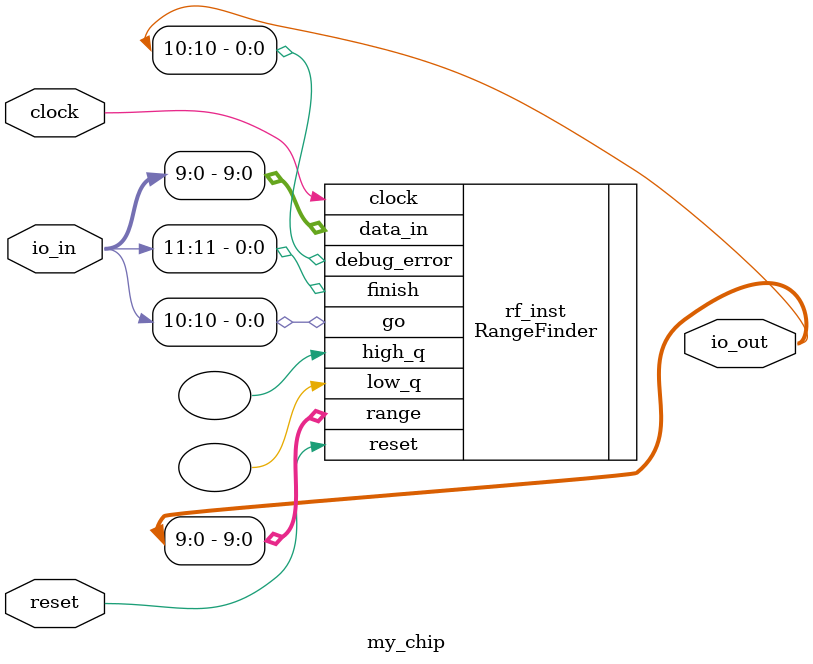
<source format=sv>
`default_nettype none

module my_chip (
    input logic [11:0] io_in, // Inputs to your chip
    output logic [11:0] io_out, // Outputs from your chip
    input logic clock,
    input logic reset // Important: Reset is ACTIVE-HIGH
);
    
    // Basic counter design as an example
    // TODO: remove the counter design and use this module to insert your own design
    // DO NOT change the I/O header of this design


    RangeFinder #(.WIDTH(10)) rf_inst ( 
        .data_in(io_in[9:0]),     
        .clock(clock),
        .reset(reset),
        .go(io_in[10]),          
        .finish(io_in[11]),    
        .range(io_out[9:0]),      
        .debug_error(io_out[10]), 
        .high_q(),               
        .low_q()               
    );

endmodule

</source>
